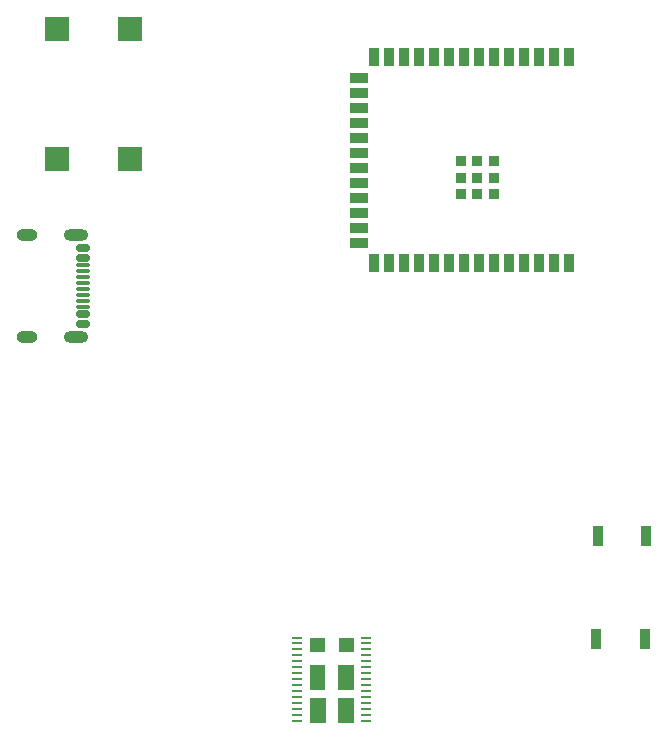
<source format=gbr>
%TF.GenerationSoftware,KiCad,Pcbnew,8.0.1*%
%TF.CreationDate,2024-06-21T14:23:06+08:00*%
%TF.ProjectId,bitaxeSupra,62697461-7865-4537-9570-72612e6b6963,rev?*%
%TF.SameCoordinates,Original*%
%TF.FileFunction,Paste,Bot*%
%TF.FilePolarity,Positive*%
%FSLAX46Y46*%
G04 Gerber Fmt 4.6, Leading zero omitted, Abs format (unit mm)*
G04 Created by KiCad (PCBNEW 8.0.1) date 2024-06-21 14:23:06*
%MOMM*%
%LPD*%
G01*
G04 APERTURE LIST*
G04 Aperture macros list*
%AMRoundRect*
0 Rectangle with rounded corners*
0 $1 Rounding radius*
0 $2 $3 $4 $5 $6 $7 $8 $9 X,Y pos of 4 corners*
0 Add a 4 corners polygon primitive as box body*
4,1,4,$2,$3,$4,$5,$6,$7,$8,$9,$2,$3,0*
0 Add four circle primitives for the rounded corners*
1,1,$1+$1,$2,$3*
1,1,$1+$1,$4,$5*
1,1,$1+$1,$6,$7*
1,1,$1+$1,$8,$9*
0 Add four rect primitives between the rounded corners*
20,1,$1+$1,$2,$3,$4,$5,0*
20,1,$1+$1,$4,$5,$6,$7,0*
20,1,$1+$1,$6,$7,$8,$9,0*
20,1,$1+$1,$8,$9,$2,$3,0*%
G04 Aperture macros list end*
%ADD10C,0.001000*%
%ADD11RoundRect,0.150000X0.425000X-0.150000X0.425000X0.150000X-0.425000X0.150000X-0.425000X-0.150000X0*%
%ADD12RoundRect,0.075000X0.500000X-0.075000X0.500000X0.075000X-0.500000X0.075000X-0.500000X-0.075000X0*%
%ADD13O,1.800000X1.000000*%
%ADD14O,2.100000X1.000000*%
%ADD15R,0.900000X1.500000*%
%ADD16R,1.500000X0.900000*%
%ADD17R,0.900000X0.900000*%
%ADD18RoundRect,0.055250X0.340750X0.055250X-0.340750X0.055250X-0.340750X-0.055250X0.340750X-0.055250X0*%
%ADD19R,2.000000X2.000000*%
%ADD20R,0.900000X1.800000*%
G04 APERTURE END LIST*
%TO.C,U8*%
D10*
X105000562Y-113096000D02*
X103800562Y-113096000D01*
X103800562Y-114206000D01*
X105000562Y-114206000D01*
X105000562Y-113096000D01*
G36*
X105000562Y-113096000D02*
G01*
X103800562Y-113096000D01*
X103800562Y-114206000D01*
X105000562Y-114206000D01*
X105000562Y-113096000D01*
G37*
X105010562Y-115341000D02*
X103810562Y-115341000D01*
X103810562Y-117371000D01*
X105010562Y-117371000D01*
X105010562Y-115341000D01*
G36*
X105010562Y-115341000D02*
G01*
X103810562Y-115341000D01*
X103810562Y-117371000D01*
X105010562Y-117371000D01*
X105010562Y-115341000D01*
G37*
X105030562Y-118196000D02*
X103830562Y-118196000D01*
X103830562Y-120216000D01*
X105030562Y-120216000D01*
X105030562Y-118196000D01*
G36*
X105030562Y-118196000D02*
G01*
X103830562Y-118196000D01*
X103830562Y-120216000D01*
X105030562Y-120216000D01*
X105030562Y-118196000D01*
G37*
X107400562Y-115336000D02*
X106200562Y-115336000D01*
X106200562Y-117366000D01*
X107400562Y-117366000D01*
X107400562Y-115336000D01*
G36*
X107400562Y-115336000D02*
G01*
X106200562Y-115336000D01*
X106200562Y-117366000D01*
X107400562Y-117366000D01*
X107400562Y-115336000D01*
G37*
X107400562Y-118196000D02*
X106200562Y-118196000D01*
X106200562Y-120216000D01*
X107400562Y-120216000D01*
X107400562Y-118196000D01*
G36*
X107400562Y-118196000D02*
G01*
X106200562Y-118196000D01*
X106200562Y-120216000D01*
X107400562Y-120216000D01*
X107400562Y-118196000D01*
G37*
X107410562Y-113096000D02*
X106210562Y-113096000D01*
X106210562Y-114216000D01*
X107410562Y-114216000D01*
X107410562Y-113096000D01*
G36*
X107410562Y-113096000D02*
G01*
X106210562Y-113096000D01*
X106210562Y-114216000D01*
X107410562Y-114216000D01*
X107410562Y-113096000D01*
G37*
%TD*%
D11*
%TO.C,J5*%
X84545000Y-86460000D03*
X84545000Y-85660000D03*
D12*
X84545000Y-84510000D03*
X84545000Y-83510000D03*
X84545000Y-83010000D03*
X84545000Y-82010000D03*
D11*
X84545000Y-80060000D03*
X84545000Y-80860000D03*
D12*
X84545000Y-81510000D03*
X84545000Y-82510000D03*
X84545000Y-84010000D03*
X84545000Y-85010000D03*
D13*
X79790000Y-87580000D03*
D14*
X83970000Y-87580000D03*
D13*
X79790000Y-78940000D03*
D14*
X83970000Y-78940000D03*
%TD*%
D15*
%TO.C,U4*%
X125690000Y-81360000D03*
X124420000Y-81360000D03*
X123150000Y-81360000D03*
X121880000Y-81360000D03*
X120610000Y-81360000D03*
X119340000Y-81360000D03*
X118070000Y-81360000D03*
X116800000Y-81360000D03*
X115530000Y-81360000D03*
X114260000Y-81360000D03*
X112990000Y-81360000D03*
X111720000Y-81360000D03*
X110450000Y-81360000D03*
X109180000Y-81360000D03*
D16*
X107930000Y-79595000D03*
X107930000Y-78325000D03*
X107930000Y-77055000D03*
X107930000Y-75785000D03*
X107930000Y-74515000D03*
X107930000Y-73245000D03*
X107930000Y-71975000D03*
X107930000Y-70705000D03*
X107930000Y-69435000D03*
X107930000Y-68165000D03*
X107930000Y-66895000D03*
X107930000Y-65625000D03*
D15*
X109180000Y-63860000D03*
X110450000Y-63860000D03*
X111720000Y-63860000D03*
X112990000Y-63860000D03*
X114260000Y-63860000D03*
X115530000Y-63860000D03*
X116800000Y-63860000D03*
X118070000Y-63860000D03*
X119340000Y-63860000D03*
X120610000Y-63860000D03*
X121880000Y-63860000D03*
X123150000Y-63860000D03*
X124420000Y-63860000D03*
X125690000Y-63860000D03*
D17*
X116570000Y-75510000D03*
X117970000Y-75510000D03*
X119370000Y-75510000D03*
X116570000Y-74110000D03*
X117970000Y-74110000D03*
X119370000Y-74110000D03*
X116570000Y-72710000D03*
X117970000Y-72710000D03*
X119370000Y-72710000D03*
%TD*%
D18*
%TO.C,U8*%
X108526562Y-113032000D03*
X108526562Y-113534000D03*
X108526562Y-114036000D03*
X108526562Y-114538000D03*
X108526562Y-115040000D03*
X108526562Y-115542000D03*
X108526562Y-116044000D03*
X108526562Y-116546000D03*
X108526562Y-117048000D03*
X108526562Y-117550000D03*
X108526562Y-118052000D03*
X108526562Y-118554000D03*
X108526562Y-119056000D03*
X108526562Y-119558000D03*
X108526562Y-120060000D03*
X102694562Y-120060000D03*
X102694562Y-119558000D03*
X102694562Y-119056000D03*
X102694562Y-118554000D03*
X102694562Y-118052000D03*
X102694562Y-117550000D03*
X102694562Y-117048000D03*
X102694562Y-116546000D03*
X102694562Y-116044000D03*
X102694562Y-115542000D03*
X102694562Y-115040000D03*
X102694562Y-114538000D03*
X102694562Y-114036000D03*
X102694562Y-113534000D03*
X102694562Y-113032000D03*
%TD*%
D19*
%TO.C,J1*%
X82330000Y-72500000D03*
X88530000Y-72500000D03*
X82330000Y-61500000D03*
X88530000Y-61500000D03*
%TD*%
D20*
%TO.C,SW1*%
X132246000Y-104448000D03*
X128136000Y-104448000D03*
%TD*%
%TO.C,SW2*%
X132142000Y-113155000D03*
X128032000Y-113155000D03*
%TD*%
M02*

</source>
